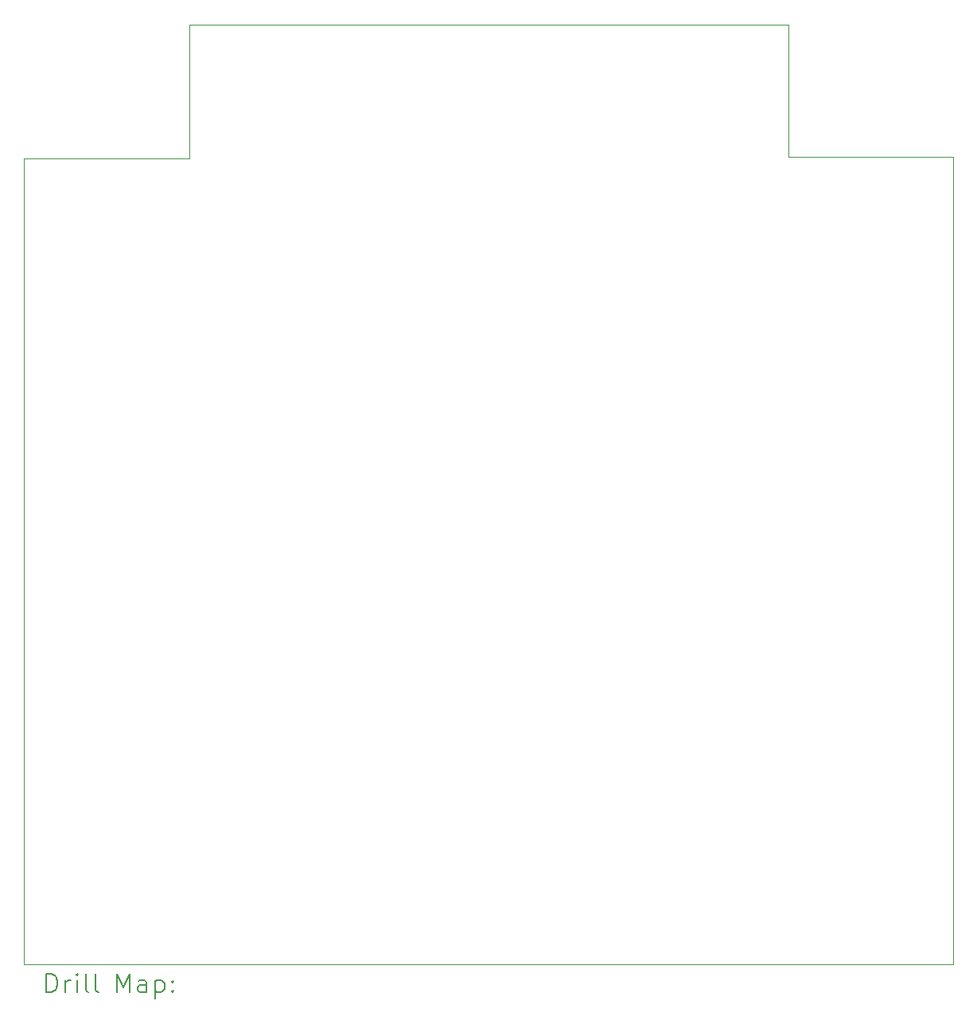
<source format=gbr>
%TF.GenerationSoftware,KiCad,Pcbnew,(7.0.0)*%
%TF.CreationDate,2023-08-05T12:50:28+01:00*%
%TF.ProjectId,DataIOTest,44617461-494f-4546-9573-742e6b696361,rev?*%
%TF.SameCoordinates,Original*%
%TF.FileFunction,Drillmap*%
%TF.FilePolarity,Positive*%
%FSLAX45Y45*%
G04 Gerber Fmt 4.5, Leading zero omitted, Abs format (unit mm)*
G04 Created by KiCad (PCBNEW (7.0.0)) date 2023-08-05 12:50:28*
%MOMM*%
%LPD*%
G01*
G04 APERTURE LIST*
%ADD10C,0.100000*%
%ADD11C,0.200000*%
G04 APERTURE END LIST*
D10*
X7696200Y-15671800D02*
X17589500Y-15671800D01*
X7696200Y-7100050D02*
X7696200Y-15671800D01*
X17589500Y-7086600D02*
X17589500Y-15671800D01*
X9461500Y-5676900D02*
X15836900Y-5676900D01*
X17589500Y-7086600D02*
X15836900Y-7086600D01*
X9461500Y-7100050D02*
X7696200Y-7100050D01*
X9461500Y-7100050D02*
X9461500Y-5676900D01*
X15836900Y-5676900D02*
X15836900Y-7086600D01*
D11*
X7938819Y-15970276D02*
X7938819Y-15770276D01*
X7938819Y-15770276D02*
X7986438Y-15770276D01*
X7986438Y-15770276D02*
X8015009Y-15779800D01*
X8015009Y-15779800D02*
X8034057Y-15798848D01*
X8034057Y-15798848D02*
X8043581Y-15817895D01*
X8043581Y-15817895D02*
X8053105Y-15855990D01*
X8053105Y-15855990D02*
X8053105Y-15884562D01*
X8053105Y-15884562D02*
X8043581Y-15922657D01*
X8043581Y-15922657D02*
X8034057Y-15941705D01*
X8034057Y-15941705D02*
X8015009Y-15960752D01*
X8015009Y-15960752D02*
X7986438Y-15970276D01*
X7986438Y-15970276D02*
X7938819Y-15970276D01*
X8138819Y-15970276D02*
X8138819Y-15836943D01*
X8138819Y-15875038D02*
X8148343Y-15855990D01*
X8148343Y-15855990D02*
X8157867Y-15846467D01*
X8157867Y-15846467D02*
X8176914Y-15836943D01*
X8176914Y-15836943D02*
X8195962Y-15836943D01*
X8262628Y-15970276D02*
X8262628Y-15836943D01*
X8262628Y-15770276D02*
X8253105Y-15779800D01*
X8253105Y-15779800D02*
X8262628Y-15789324D01*
X8262628Y-15789324D02*
X8272152Y-15779800D01*
X8272152Y-15779800D02*
X8262628Y-15770276D01*
X8262628Y-15770276D02*
X8262628Y-15789324D01*
X8386438Y-15970276D02*
X8367390Y-15960752D01*
X8367390Y-15960752D02*
X8357867Y-15941705D01*
X8357867Y-15941705D02*
X8357867Y-15770276D01*
X8491200Y-15970276D02*
X8472152Y-15960752D01*
X8472152Y-15960752D02*
X8462629Y-15941705D01*
X8462629Y-15941705D02*
X8462629Y-15770276D01*
X8687390Y-15970276D02*
X8687390Y-15770276D01*
X8687390Y-15770276D02*
X8754057Y-15913133D01*
X8754057Y-15913133D02*
X8820724Y-15770276D01*
X8820724Y-15770276D02*
X8820724Y-15970276D01*
X9001676Y-15970276D02*
X9001676Y-15865514D01*
X9001676Y-15865514D02*
X8992152Y-15846467D01*
X8992152Y-15846467D02*
X8973105Y-15836943D01*
X8973105Y-15836943D02*
X8935009Y-15836943D01*
X8935009Y-15836943D02*
X8915962Y-15846467D01*
X9001676Y-15960752D02*
X8982629Y-15970276D01*
X8982629Y-15970276D02*
X8935009Y-15970276D01*
X8935009Y-15970276D02*
X8915962Y-15960752D01*
X8915962Y-15960752D02*
X8906438Y-15941705D01*
X8906438Y-15941705D02*
X8906438Y-15922657D01*
X8906438Y-15922657D02*
X8915962Y-15903609D01*
X8915962Y-15903609D02*
X8935009Y-15894086D01*
X8935009Y-15894086D02*
X8982629Y-15894086D01*
X8982629Y-15894086D02*
X9001676Y-15884562D01*
X9096914Y-15836943D02*
X9096914Y-16036943D01*
X9096914Y-15846467D02*
X9115962Y-15836943D01*
X9115962Y-15836943D02*
X9154057Y-15836943D01*
X9154057Y-15836943D02*
X9173105Y-15846467D01*
X9173105Y-15846467D02*
X9182629Y-15855990D01*
X9182629Y-15855990D02*
X9192152Y-15875038D01*
X9192152Y-15875038D02*
X9192152Y-15932181D01*
X9192152Y-15932181D02*
X9182629Y-15951228D01*
X9182629Y-15951228D02*
X9173105Y-15960752D01*
X9173105Y-15960752D02*
X9154057Y-15970276D01*
X9154057Y-15970276D02*
X9115962Y-15970276D01*
X9115962Y-15970276D02*
X9096914Y-15960752D01*
X9277867Y-15951228D02*
X9287390Y-15960752D01*
X9287390Y-15960752D02*
X9277867Y-15970276D01*
X9277867Y-15970276D02*
X9268343Y-15960752D01*
X9268343Y-15960752D02*
X9277867Y-15951228D01*
X9277867Y-15951228D02*
X9277867Y-15970276D01*
X9277867Y-15846467D02*
X9287390Y-15855990D01*
X9287390Y-15855990D02*
X9277867Y-15865514D01*
X9277867Y-15865514D02*
X9268343Y-15855990D01*
X9268343Y-15855990D02*
X9277867Y-15846467D01*
X9277867Y-15846467D02*
X9277867Y-15865514D01*
M02*

</source>
